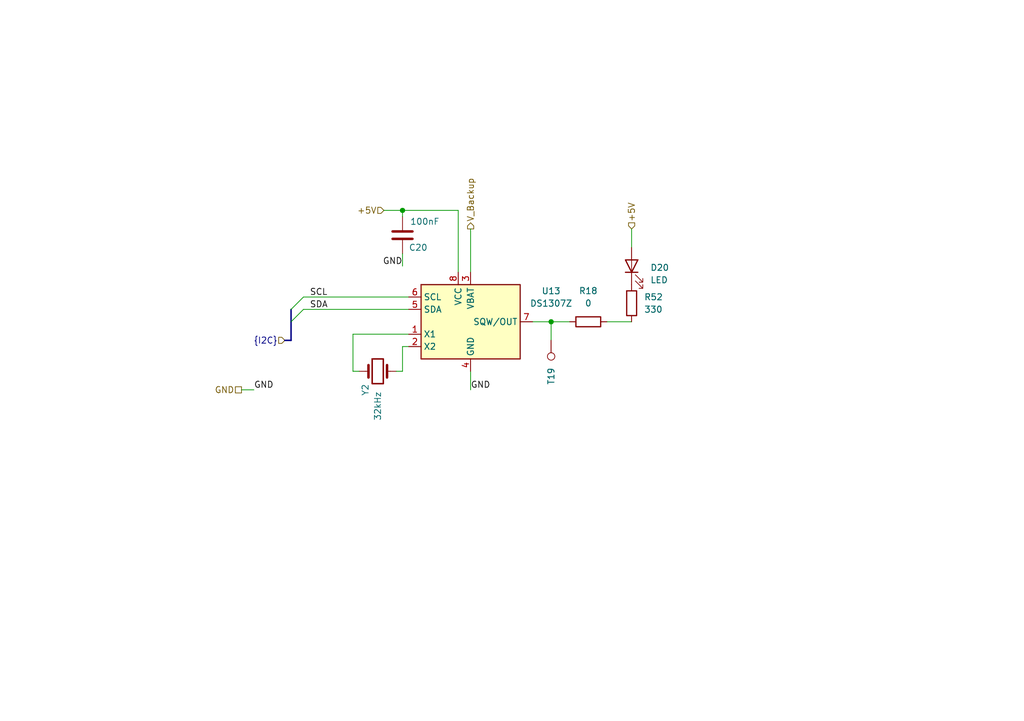
<source format=kicad_sch>
(kicad_sch (version 20231120) (generator "eeschema") (generator_version "8.0")
  (paper "A5")
  (title_block (title "RTC") (date "2024-04-17") (rev "1.0"))
  (lib_symbols
    (symbol "Connector:TestPoint" (pin_numbers hide) (pin_names (offset 0.762) hide)
      (property "Reference" "TP" (at 0 6.858 0))
      (property "Value" "TestPoint" (at 0 5.08 0))
      (symbol "TestPoint_0_1"
        (circle (center 0 3.302) (radius 0.762))
      )
      (symbol "TestPoint_1_1"
        (pin passive line (at 0 0 90) (length 2.54) (name "1") (number "1"))
      )
    )
    (symbol "Device:C" (pin_numbers hide) (pin_names (offset 0.254))
      (property "Reference" "C" (at 0.635 2.54 0))
      (property "Value" "C" (at 0.635 -2.54 0))
      (symbol "C_0_1"
        (polyline (pts (xy -2.032 -0.762) (xy 2.032 -0.762)) (stroke (width 0.508)))
        (polyline (pts (xy -2.032 0.762) (xy 2.032 0.762)) (stroke (width 0.508)))
      )
      (symbol "C_1_1"
        (pin passive line (at 0 3.81 270) (length 2.794) (name "~") (number "1"))
        (pin passive line (at 0 -3.81 90) (length 2.794) (name "~") (number "2"))
      )
    )
    (symbol "Device:Crystal" (pin_numbers hide) (pin_names (offset 1.016) hide)
      (property "Reference" "Y" (at 0 3.81 0))
      (property "Value" "Crystal" (at 0 -3.81 0))
      (symbol "Crystal_0_1"
        (rectangle (start -1.143 2.54) (end 1.143 -2.54) (stroke (width 0.3048)))
        (polyline (pts (xy -2.54 0) (xy -1.905 0)))
        (polyline (pts (xy -1.905 -1.27) (xy -1.905 1.27)) (stroke (width 0.508)))
        (polyline (pts (xy 1.905 -1.27) (xy 1.905 1.27)) (stroke (width 0.508)))
        (polyline (pts (xy 2.54 0) (xy 1.905 0)))
      )
      (symbol "Crystal_1_1"
        (pin passive line (at -3.81 0 0) (length 1.27) (name "1") (number "1"))
        (pin passive line (at 3.81 0 180) (length 1.27) (name "2") (number "2"))
      )
    )
    (symbol "Device:LED" (pin_numbers hide) (pin_names (offset 1.016) hide)
      (property "Reference" "D" (at 0 2.54 0))
      (property "Value" "LED" (at 0 -2.54 0))
      (symbol "LED_0_1"
        (polyline (pts (xy -1.27 -1.27) (xy -1.27 1.27)) (stroke (width 0.254)))
        (polyline (pts (xy -1.27 0) (xy 1.27 0)))
        (polyline (pts (xy 1.27 -1.27) (xy 1.27 1.27) (xy -1.27 0) (xy 1.27 -1.27)) (stroke (width 0.254)))
        (polyline (pts (xy -3.048 -0.762) (xy -4.572 -2.286) (xy -3.81 -2.286) (xy -4.572 -2.286) (xy -4.572 -1.524)))
        (polyline (pts (xy -1.778 -0.762) (xy -3.302 -2.286) (xy -2.54 -2.286) (xy -3.302 -2.286) (xy -3.302 -1.524)))
      )
      (symbol "LED_1_1"
        (pin passive line (at -3.81 0 0) (length 2.54) (name "K") (number "1"))
        (pin passive line (at 3.81 0 180) (length 2.54) (name "A") (number "2"))
      )
    )
    (symbol "Device:R" (pin_numbers hide) (pin_names (offset 0))
      (property "Reference" "R" (at 2.032 0 90))
      (property "Value" "R" (at 0 0 90))
      (symbol "R_0_1"
        (rectangle (start -1.016 -2.54) (end 1.016 2.54) (stroke (width 0.254)))
      )
      (symbol "R_1_1"
        (pin passive line (at 0 3.81 270) (length 1.27) (name "~") (number "1"))
        (pin passive line (at 0 -3.81 90) (length 1.27) (name "~") (number "2"))
      )
    )
    (symbol "Timer_RTC:DS1307+"
      (property "Reference" "U" (at -8.89 8.89 0))
      (property "Value" "DS1307+" (at 1.27 8.89 0))
      (symbol "DS1307+_0_1"
        (rectangle (start -10.16 7.62) (end 10.16 -7.62) (stroke (width 0.254)) (fill (type background)))
      )
      (symbol "DS1307+_1_1"
        (pin input line (at -12.7 -2.54 0) (length 2.54) (name "X1") (number "1"))
        (pin input line (at -12.7 -5.08 0) (length 2.54) (name "X2") (number "2"))
        (pin power_in line (at 0 10.16 270) (length 2.54) (name "VBAT") (number "3"))
        (pin power_in line (at 0 -10.16 90) (length 2.54) (name "GND") (number "4"))
        (pin bidirectional line (at -12.7 2.54 0) (length 2.54) (name "SDA") (number "5"))
        (pin input line (at -12.7 5.08 0) (length 2.54) (name "SCL") (number "6"))
        (pin open_collector line (at 12.7 0 180) (length 2.54) (name "SQW/OUT") (number "7"))
        (pin power_in line (at -2.54 10.16 270) (length 2.54) (name "VCC") (number "8"))
      )
    )
  )
  (junction (at 113.03 66.04))
  (junction (at 82.55 43.18))
  (bus_entry (at 62.23 63.5) (size -2.54 2.54))
  (bus_entry (at 62.23 60.96) (size -2.54 2.54))
  (bus (pts (xy 59.69 69.85) (xy 59.69 66.04)))
  (wire (pts (xy 83.82 71.12) (xy 82.55 71.12)))
  (wire (pts (xy 82.55 43.18) (xy 93.98 43.18)))
  (wire (pts (xy 93.98 43.18) (xy 93.98 55.88)))
  (wire (pts (xy 96.52 76.2) (xy 96.52 80.01)))
  (wire (pts (xy 72.39 68.58) (xy 83.82 68.58)))
  (wire (pts (xy 113.03 66.04) (xy 116.84 66.04)))
  (bus (pts (xy 58.42 69.85) (xy 59.69 69.85)))
  (wire (pts (xy 72.39 76.2) (xy 72.39 68.58)))
  (wire (pts (xy 78.74 43.18) (xy 82.55 43.18)))
  (wire (pts (xy 82.55 52.07) (xy 82.55 54.61)))
  (wire (pts (xy 113.03 66.04) (xy 113.03 69.85)))
  (wire (pts (xy 124.46 66.04) (xy 129.54 66.04)))
  (wire (pts (xy 62.23 60.96) (xy 83.82 60.96)))
  (wire (pts (xy 82.55 71.12) (xy 82.55 76.2)))
  (wire (pts (xy 49.53 80.01) (xy 52.07 80.01)))
  (wire (pts (xy 129.54 46.99) (xy 129.54 50.8)))
  (wire (pts (xy 96.52 46.99) (xy 96.52 55.88)))
  (wire (pts (xy 82.55 43.18) (xy 82.55 44.45)))
  (wire (pts (xy 109.22 66.04) (xy 113.03 66.04)))
  (wire (pts (xy 73.66 76.2) (xy 72.39 76.2)))
  (bus (pts (xy 59.69 66.04) (xy 59.69 63.5)))
  (wire (pts (xy 62.23 63.5) (xy 83.82 63.5)))
  (wire (pts (xy 81.28 76.2) (xy 82.55 76.2)))
  (label "SCL" (at 63.5 60.96 0))
  (label "GND" (at 96.52 80.01 0))
  (label "SDA" (at 63.5 63.5 0))
  (label "GND" (at 52.07 80.01 0))
  (label "GND" (at 82.55 54.61 180))
  (hierarchical_label "GND" (shape passive) (at 49.53 80.01 180))
  (hierarchical_label "+5V" (shape input) (at 129.54 46.99 90))
  (hierarchical_label "+5V" (shape input) (at 78.74 43.18 180))
  (hierarchical_label "{I2C}" (shape input) (at 58.42 69.85 180))
  (hierarchical_label "V_Backup" (shape output) (at 96.52 46.99 90))
  (symbol (lib_id "Device:R") (at 120.65 66.04 90) (unit 1)
    (property "Reference" "R18" (at 120.65 59.69 90))
    (property "Value" "0" (at 120.65 62.23 90))
    (property "Footprint" "Resistor_SMD:R_0603_1608Metric" (effects (hide yes)))
  )
  (symbol (lib_id "Device:C") (at 82.55 48.26 0) (unit 1)
    (property "Reference" "C20" (at 83.82 50.8 0) (effects (justify left)))
    (property "Value" "100nF" (at 84.074 45.466 0) (effects (justify left)))
    (property "Footprint" "Capacitor_SMD:C_0603_1608Metric" (effects (hide yes)))
  )
  (symbol (lib_id "Connector:TestPoint") (at 113.03 69.85 180) (unit 1)
    (property "Reference" "T19" (at 113.03 77.216 90))
    (property "Value" "TP" (effects (hide yes)))
    (property "Footprint" "TestPoint:TestPoint_Pad_D1.0mm" (effects (hide yes)))
    (property "Description" "test point" (effects (hide yes)))
  )
  (symbol (lib_id "Timer_RTC:DS1307+") (at 96.52 66.04 0) (unit 1)
    (property "Reference" "U13" (at 113.03 59.7214 0))
    (property "Value" "DS1307Z" (at 113.03 62.2614 0))
    (property "Footprint" "Package_SO:SO-8_5.3x6.2mm_P1.27mm" (effects (hide yes)))
    (property "Datasheet" "https://datasheets.maximintegrated.com/en/ds/DS1307.pdf" (effects (hide yes)))
    (property "Description" "64 x 8, Serial, I2C Real-time clock, 4.5V to 5.5V VCC, 0°C to +70°C, DIP-8" (effects (hide yes)))
  )
  (symbol (lib_id "Device:LED") (at 129.54 54.61 90) (unit 1)
    (property "Reference" "D20" (at 133.35 54.9275 90) (effects (justify right)))
    (property "Value" "LED" (at 133.35 57.4675 90) (effects (justify right)))
    (property "Footprint" "LED_SMD:LED_0603_1608Metric" (effects (hide yes)))
  )
  (symbol (lib_id "Device:Crystal") (at 77.47 76.2 180) (unit 1) (exclude_from_sim yes)
    (property "Reference" "Y2" (at 74.93 81.28 90) (effects (justify right)))
    (property "Value" "32kHz" (at 77.47 86.36 90) (effects (justify right)))
    (property "Footprint" "Crystal:Crystal_SMD_3215-2Pin_3.2x1.5mm" (effects (hide yes)))
  )
  (symbol (lib_id "Device:R") (at 129.54 62.23 0) (unit 1)
    (property "Reference" "R52" (at 132.08 60.9599 0) (effects (justify left)))
    (property "Value" "330" (at 132.08 63.4999 0) (effects (justify left)))
    (property "Footprint" "Resistor_SMD:R_0603_1608Metric" (effects (hide yes)))
  )
)
</source>
